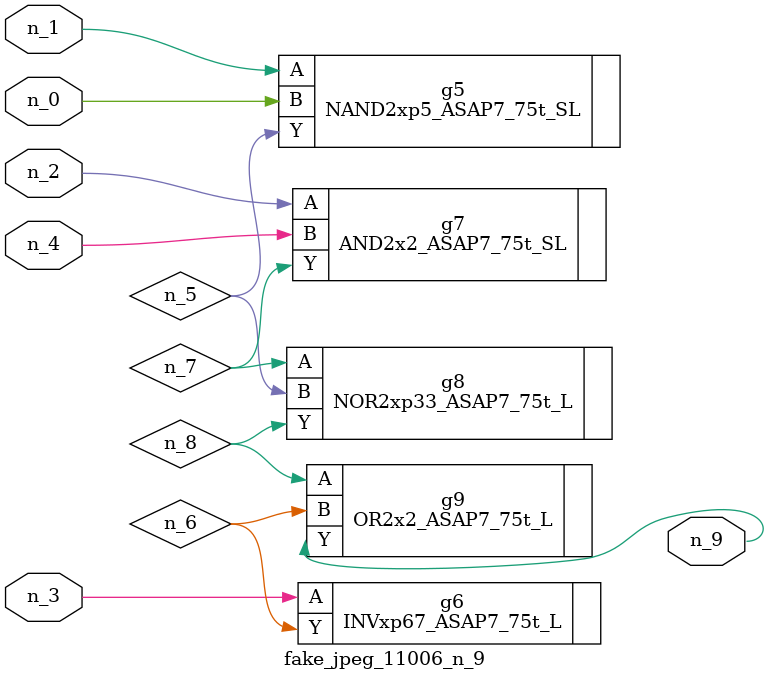
<source format=v>
module fake_jpeg_11006_n_9 (n_3, n_2, n_1, n_0, n_4, n_9);

input n_3;
input n_2;
input n_1;
input n_0;
input n_4;

output n_9;

wire n_8;
wire n_6;
wire n_5;
wire n_7;

NAND2xp5_ASAP7_75t_SL g5 ( 
.A(n_1),
.B(n_0),
.Y(n_5)
);

INVxp67_ASAP7_75t_L g6 ( 
.A(n_3),
.Y(n_6)
);

AND2x2_ASAP7_75t_SL g7 ( 
.A(n_2),
.B(n_4),
.Y(n_7)
);

NOR2xp33_ASAP7_75t_L g8 ( 
.A(n_7),
.B(n_5),
.Y(n_8)
);

OR2x2_ASAP7_75t_L g9 ( 
.A(n_8),
.B(n_6),
.Y(n_9)
);


endmodule
</source>
